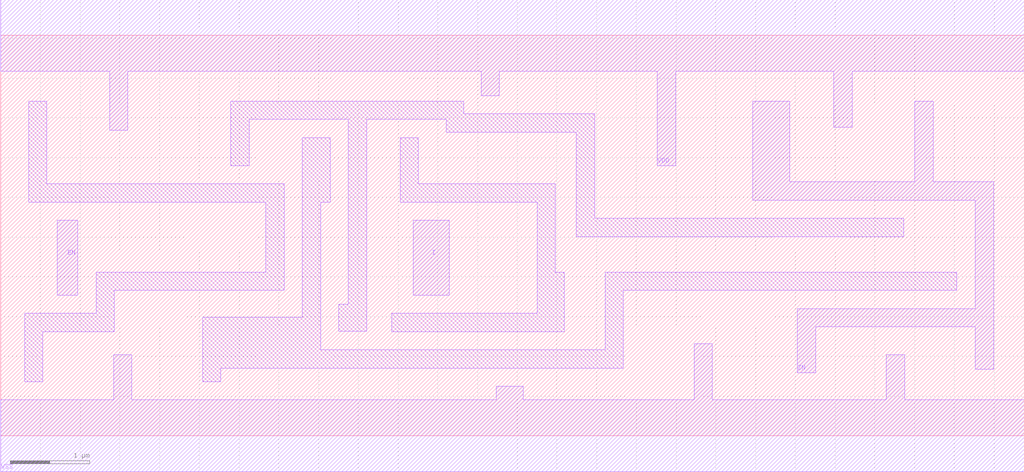
<source format=lef>
# Copyright 2022 GlobalFoundries PDK Authors
#
# Licensed under the Apache License, Version 2.0 (the "License");
# you may not use this file except in compliance with the License.
# You may obtain a copy of the License at
#
#      http://www.apache.org/licenses/LICENSE-2.0
#
# Unless required by applicable law or agreed to in writing, software
# distributed under the License is distributed on an "AS IS" BASIS,
# WITHOUT WARRANTIES OR CONDITIONS OF ANY KIND, either express or implied.
# See the License for the specific language governing permissions and
# limitations under the License.

MACRO gf180mcu_fd_sc_mcu9t5v0__invz_3
  CLASS core ;
  FOREIGN gf180mcu_fd_sc_mcu9t5v0__invz_3 0.0 0.0 ;
  ORIGIN 0 0 ;
  SYMMETRY X Y ;
  SITE GF018hv5v_green_sc9 ;
  SIZE 12.88 BY 5.04 ;
  PIN EN
    DIRECTION INPUT ;
    ANTENNAGATEAREA 3.384 ;
    PORT
      LAYER Metal1 ;
        POLYGON 0.71 1.77 0.97 1.77 0.97 2.71 0.71 2.71  ;
    END
  END EN
  PIN I
    DIRECTION INPUT ;
    ANTENNAGATEAREA 1.692 ;
    PORT
      LAYER Metal1 ;
        POLYGON 5.19 1.77 5.645 1.77 5.645 2.71 5.19 2.71  ;
    END
  END I
  PIN ZN
    DIRECTION OUTPUT ;
    ANTENNADIFFAREA 2.9952 ;
    PORT
      LAYER Metal1 ;
        POLYGON 9.465 2.965 11.365 2.965 12.03 2.965 12.265 2.965 12.265 1.6 10.025 1.6 10.025 0.79 10.255 0.79 10.255 1.37 12.265 1.37 12.265 0.84 12.495 0.84 12.495 3.195 12.03 3.195 11.735 3.195 11.735 4.21 11.505 4.21 11.505 3.195 11.365 3.195 9.93 3.195 9.93 4.21 9.465 4.21  ;
    END
  END ZN
  PIN VDD
    DIRECTION INOUT ;
    USE power ;
    SHAPE ABUTMENT ;
    PORT
      LAYER Metal1 ;
        POLYGON 0 4.59 1.37 4.59 1.37 3.845 1.6 3.845 1.6 4.59 6.045 4.59 6.045 4.28 6.275 4.28 6.275 4.59 8.265 4.59 8.265 3.4 8.495 3.4 8.495 4.59 10.485 4.59 10.485 3.88 10.715 3.88 10.715 4.59 11.365 4.59 12.03 4.59 12.88 4.59 12.88 5.49 12.03 5.49 11.365 5.49 0 5.49  ;
    END
  END VDD
  PIN VSS
    DIRECTION INOUT ;
    USE ground ;
    SHAPE ABUTMENT ;
    PORT
      LAYER Metal1 ;
        POLYGON 0 -0.45 12.88 -0.45 12.88 0.45 11.375 0.45 11.375 1.02 11.145 1.02 11.145 0.45 8.955 0.45 8.955 1.16 8.725 1.16 8.725 0.45 6.575 0.45 6.575 0.62 6.235 0.62 6.235 0.45 1.65 0.45 1.65 1.02 1.42 1.02 1.42 0.45 0 0.45  ;
    END
  END VSS
  OBS
      LAYER Metal1 ;
        POLYGON 0.35 2.94 3.335 2.94 3.335 2.06 1.2 2.06 1.2 1.54 0.3 1.54 0.3 0.68 0.53 0.68 0.53 1.31 1.43 1.31 1.43 1.83 3.565 1.83 3.565 3.17 0.58 3.17 0.58 4.21 0.35 4.21  ;
        POLYGON 5.025 2.94 6.75 2.94 6.75 1.54 4.92 1.54 4.92 1.31 7.09 1.31 7.09 2.06 6.98 2.06 6.98 3.17 5.255 3.17 5.255 3.75 5.025 3.75  ;
        POLYGON 2.895 3.4 3.125 3.4 3.125 3.98 4.375 3.98 4.375 1.655 4.255 1.655 4.255 1.315 4.605 1.315 4.605 3.98 5.605 3.98 5.605 3.82 7.245 3.82 7.245 2.505 11.365 2.505 11.365 2.735 7.475 2.735 7.475 4.05 5.825 4.05 5.825 4.21 2.895 4.21  ;
        POLYGON 2.54 0.68 2.77 0.68 2.77 0.85 7.835 0.85 7.835 1.83 12.03 1.83 12.03 2.06 7.605 2.06 7.605 1.08 4.025 1.08 4.025 2.94 4.145 2.94 4.145 3.75 3.795 3.75 3.795 1.49 2.54 1.49  ;
  END
END gf180mcu_fd_sc_mcu9t5v0__invz_3

</source>
